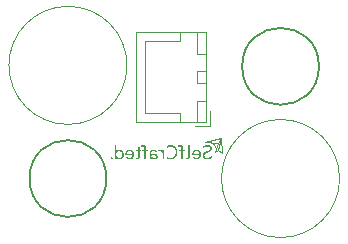
<source format=gbr>
%TF.GenerationSoftware,KiCad,Pcbnew,7.0.7*%
%TF.CreationDate,2024-03-28T13:05:56+05:30*%
%TF.ProjectId,korby,6b6f7262-792e-46b6-9963-61645f706362,rev?*%
%TF.SameCoordinates,Original*%
%TF.FileFunction,Legend,Bot*%
%TF.FilePolarity,Positive*%
%FSLAX46Y46*%
G04 Gerber Fmt 4.6, Leading zero omitted, Abs format (unit mm)*
G04 Created by KiCad (PCBNEW 7.0.7) date 2024-03-28 13:05:56*
%MOMM*%
%LPD*%
G01*
G04 APERTURE LIST*
%ADD10C,0.200000*%
%ADD11C,0.099633*%
%ADD12C,0.000000*%
%ADD13C,0.100000*%
%ADD14C,0.120000*%
G04 APERTURE END LIST*
D10*
X136000000Y-83750000D02*
G75*
G03*
X136000000Y-83750000I-3250000J0D01*
G01*
D11*
X145103950Y-80874022D02*
X145140672Y-80924028D01*
X145201408Y-81032988D02*
X145224835Y-81090623D01*
D12*
G36*
X139124462Y-80910965D02*
G01*
X139136922Y-80911859D01*
X139149201Y-80913334D01*
X139161285Y-80915374D01*
X139173158Y-80917967D01*
X139184804Y-80921098D01*
X139196207Y-80924754D01*
X139207353Y-80928921D01*
X139218226Y-80933586D01*
X139228810Y-80938734D01*
X139239090Y-80944352D01*
X139249050Y-80950427D01*
X139258675Y-80956943D01*
X139267950Y-80963889D01*
X139276859Y-80971250D01*
X139285386Y-80979012D01*
X139293516Y-80987162D01*
X139301234Y-80995685D01*
X139308524Y-81004569D01*
X139315370Y-81013800D01*
X139321758Y-81023363D01*
X139327671Y-81033245D01*
X139333095Y-81043432D01*
X139338013Y-81053911D01*
X139342411Y-81064668D01*
X139346273Y-81075689D01*
X139349583Y-81086961D01*
X139352325Y-81098469D01*
X139354486Y-81110200D01*
X139356048Y-81122141D01*
X139356996Y-81134277D01*
X139357316Y-81146595D01*
X139357316Y-81325139D01*
X139491222Y-81325139D01*
X139491222Y-81435134D01*
X139357316Y-81435134D01*
X139357316Y-82122204D01*
X139215447Y-82122204D01*
X139215447Y-81435134D01*
X139006611Y-81435134D01*
X139006611Y-81325139D01*
X139215447Y-81325139D01*
X139215447Y-81154564D01*
X139215321Y-81147892D01*
X139214948Y-81141329D01*
X139214331Y-81134882D01*
X139213476Y-81128558D01*
X139212385Y-81122363D01*
X139211064Y-81116305D01*
X139209518Y-81110390D01*
X139207749Y-81104624D01*
X139205764Y-81099015D01*
X139203566Y-81093569D01*
X139201159Y-81088293D01*
X139198549Y-81083194D01*
X139195738Y-81078277D01*
X139192733Y-81073551D01*
X139189537Y-81069022D01*
X139186154Y-81064696D01*
X139182589Y-81060580D01*
X139178846Y-81056681D01*
X139174931Y-81053006D01*
X139170846Y-81049561D01*
X139166596Y-81046353D01*
X139162187Y-81043388D01*
X139157622Y-81040675D01*
X139152905Y-81038218D01*
X139148041Y-81036025D01*
X139143035Y-81034103D01*
X139137891Y-81032458D01*
X139132612Y-81031097D01*
X139127204Y-81030027D01*
X139121672Y-81029254D01*
X139116018Y-81028786D01*
X139110248Y-81028628D01*
X139106375Y-81028688D01*
X139102533Y-81028868D01*
X139094944Y-81029578D01*
X139087495Y-81030740D01*
X139080201Y-81032339D01*
X139073075Y-81034359D01*
X139066131Y-81036783D01*
X139059384Y-81039594D01*
X139052847Y-81042777D01*
X139046535Y-81046314D01*
X139040461Y-81050190D01*
X139034640Y-81054389D01*
X139029085Y-81058893D01*
X139023811Y-81063687D01*
X139018831Y-81068754D01*
X139014160Y-81074078D01*
X139009812Y-81079642D01*
X138930094Y-80993557D01*
X138935501Y-80987148D01*
X138940961Y-80981068D01*
X138946471Y-80975307D01*
X138952026Y-80969857D01*
X138963258Y-80959862D01*
X138974631Y-80951015D01*
X138986117Y-80943251D01*
X138997686Y-80936506D01*
X139009311Y-80930713D01*
X139020965Y-80925808D01*
X139032619Y-80921724D01*
X139044244Y-80918397D01*
X139055813Y-80915762D01*
X139067299Y-80913752D01*
X139078672Y-80912303D01*
X139089904Y-80911348D01*
X139100969Y-80910824D01*
X139111836Y-80910663D01*
X139124462Y-80910965D01*
G37*
D11*
X144921552Y-80719213D02*
X144947073Y-80733742D01*
X145260806Y-81383980D02*
X145256088Y-81411826D01*
X145084128Y-80850427D02*
X145103950Y-80874022D01*
X144380600Y-80626378D02*
X144444203Y-80629079D01*
D12*
G36*
X137479471Y-81745198D02*
G01*
X137478237Y-81766419D01*
X137476193Y-81787310D01*
X137473350Y-81807847D01*
X137469719Y-81828003D01*
X137465311Y-81847756D01*
X137460136Y-81867080D01*
X137454206Y-81885949D01*
X137447530Y-81904340D01*
X137440121Y-81922228D01*
X137431988Y-81939587D01*
X137423143Y-81956393D01*
X137413596Y-81972621D01*
X137403358Y-81988246D01*
X137392439Y-82003244D01*
X137380852Y-82017589D01*
X137368606Y-82031257D01*
X137355712Y-82044223D01*
X137342181Y-82056463D01*
X137328024Y-82067950D01*
X137313251Y-82078662D01*
X137297874Y-82088572D01*
X137281904Y-82097656D01*
X137265350Y-82105889D01*
X137248224Y-82113246D01*
X137230536Y-82119703D01*
X137212298Y-82125235D01*
X137193520Y-82129816D01*
X137174213Y-82133423D01*
X137154388Y-82136030D01*
X137134055Y-82137612D01*
X137113226Y-82138145D01*
X137092550Y-82137570D01*
X137072369Y-82135863D01*
X137052692Y-82133049D01*
X137033529Y-82129153D01*
X137014888Y-82124202D01*
X136996780Y-82118222D01*
X136979212Y-82111237D01*
X136962196Y-82103274D01*
X136945739Y-82094358D01*
X136929852Y-82084515D01*
X136914543Y-82073771D01*
X136899822Y-82062151D01*
X136885698Y-82049681D01*
X136872181Y-82036386D01*
X136859279Y-82022293D01*
X136847003Y-82007427D01*
X136840626Y-82122204D01*
X136714711Y-82122204D01*
X136714711Y-81809755D01*
X136851792Y-81809755D01*
X136858209Y-81831469D01*
X136866057Y-81852323D01*
X136875274Y-81872244D01*
X136885796Y-81891155D01*
X136897560Y-81908984D01*
X136910504Y-81925653D01*
X136924563Y-81941090D01*
X136931992Y-81948323D01*
X136939676Y-81955219D01*
X136947608Y-81961770D01*
X136955779Y-81967966D01*
X136964182Y-81973798D01*
X136972809Y-81979255D01*
X136981651Y-81984330D01*
X136990702Y-81989013D01*
X136999953Y-81993294D01*
X137009397Y-81997164D01*
X137019025Y-82000614D01*
X137028829Y-82003634D01*
X137038802Y-82006215D01*
X137048936Y-82008348D01*
X137059223Y-82010023D01*
X137069655Y-82011231D01*
X137080224Y-82011963D01*
X137090922Y-82012209D01*
X137105384Y-82011838D01*
X137119475Y-82010737D01*
X137133191Y-82008923D01*
X137146525Y-82006414D01*
X137159471Y-82003227D01*
X137172025Y-81999378D01*
X137184179Y-81994886D01*
X137195927Y-81989766D01*
X137207265Y-81984038D01*
X137218187Y-81977717D01*
X137228685Y-81970821D01*
X137238755Y-81963367D01*
X137248391Y-81955373D01*
X137257587Y-81946855D01*
X137266337Y-81937831D01*
X137274635Y-81928318D01*
X137282475Y-81918334D01*
X137289852Y-81907895D01*
X137296760Y-81897018D01*
X137303192Y-81885722D01*
X137309143Y-81874023D01*
X137314608Y-81861938D01*
X137319580Y-81849485D01*
X137324053Y-81836681D01*
X137331481Y-81810088D01*
X137336844Y-81782297D01*
X137340096Y-81753446D01*
X137341191Y-81723672D01*
X137340916Y-81708674D01*
X137340096Y-81693881D01*
X137338737Y-81679309D01*
X137336844Y-81664978D01*
X137334423Y-81650905D01*
X137331481Y-81637108D01*
X137328022Y-81623605D01*
X137324053Y-81610413D01*
X137319580Y-81597550D01*
X137314608Y-81585035D01*
X137309143Y-81572884D01*
X137303192Y-81561116D01*
X137296760Y-81549749D01*
X137289852Y-81538799D01*
X137282475Y-81528286D01*
X137274635Y-81518227D01*
X137266337Y-81508639D01*
X137257587Y-81499541D01*
X137248391Y-81490951D01*
X137238755Y-81482885D01*
X137228685Y-81475362D01*
X137218187Y-81468400D01*
X137207265Y-81462017D01*
X137195927Y-81456230D01*
X137184179Y-81451057D01*
X137172025Y-81446516D01*
X137159471Y-81442625D01*
X137146525Y-81439401D01*
X137133191Y-81436863D01*
X137119475Y-81435028D01*
X137105384Y-81433914D01*
X137090922Y-81433538D01*
X137080224Y-81433789D01*
X137069655Y-81434534D01*
X137059223Y-81435764D01*
X137048936Y-81437468D01*
X137038802Y-81439637D01*
X137028829Y-81442260D01*
X137019025Y-81445329D01*
X137009397Y-81448832D01*
X136999953Y-81452761D01*
X136990702Y-81457104D01*
X136981651Y-81461853D01*
X136972809Y-81466997D01*
X136964182Y-81472526D01*
X136955779Y-81478431D01*
X136947608Y-81484701D01*
X136939676Y-81491326D01*
X136931992Y-81498298D01*
X136924563Y-81505604D01*
X136917398Y-81513237D01*
X136910504Y-81521185D01*
X136897560Y-81537990D01*
X136885796Y-81555939D01*
X136875274Y-81574952D01*
X136866057Y-81594951D01*
X136858209Y-81615856D01*
X136851792Y-81637588D01*
X136851792Y-81809755D01*
X136714711Y-81809755D01*
X136714711Y-80926605D01*
X136851792Y-80926605D01*
X136851792Y-81433538D01*
X136863783Y-81419532D01*
X136876431Y-81406227D01*
X136889718Y-81393650D01*
X136903628Y-81381829D01*
X136918145Y-81370793D01*
X136933253Y-81360570D01*
X136948935Y-81351188D01*
X136965175Y-81342674D01*
X136981957Y-81335057D01*
X136999264Y-81328364D01*
X137017081Y-81322624D01*
X137035389Y-81317865D01*
X137054175Y-81314115D01*
X137073420Y-81311402D01*
X137093109Y-81309753D01*
X137113226Y-81309197D01*
X137134055Y-81309730D01*
X137154388Y-81311313D01*
X137174213Y-81313920D01*
X137193520Y-81317526D01*
X137212298Y-81322108D01*
X137230536Y-81327639D01*
X137248224Y-81334096D01*
X137265350Y-81341454D01*
X137281904Y-81349687D01*
X137297874Y-81358771D01*
X137313251Y-81368681D01*
X137328024Y-81379392D01*
X137342181Y-81390880D01*
X137355712Y-81403119D01*
X137368606Y-81416085D01*
X137380852Y-81429753D01*
X137392439Y-81444099D01*
X137403358Y-81459097D01*
X137413596Y-81474722D01*
X137423143Y-81490950D01*
X137431988Y-81507756D01*
X137440121Y-81525115D01*
X137447530Y-81543003D01*
X137454206Y-81561394D01*
X137460136Y-81580264D01*
X137465311Y-81599588D01*
X137469719Y-81619340D01*
X137473350Y-81639497D01*
X137476193Y-81660034D01*
X137478237Y-81680925D01*
X137479471Y-81702146D01*
X137479885Y-81723672D01*
X137479471Y-81745198D01*
G37*
D11*
X145263825Y-81268238D02*
X145265374Y-81297662D01*
D10*
X154000000Y-74250000D02*
G75*
G03*
X154000000Y-74250000I-3250000J0D01*
G01*
D11*
X145260800Y-81238626D02*
X145263825Y-81268238D01*
D12*
G36*
X140339476Y-81894244D02*
G01*
X140339179Y-81907427D01*
X140338295Y-81920364D01*
X140336837Y-81933045D01*
X140334815Y-81945459D01*
X140332241Y-81957593D01*
X140329125Y-81969437D01*
X140325481Y-81980979D01*
X140321318Y-81992208D01*
X140316648Y-82003113D01*
X140311484Y-82013681D01*
X140305835Y-82023902D01*
X140299714Y-82033764D01*
X140293131Y-82043257D01*
X140286099Y-82052367D01*
X140278628Y-82061085D01*
X140270730Y-82069399D01*
X140262417Y-82077296D01*
X140253700Y-82084767D01*
X140244589Y-82091800D01*
X140235097Y-82098382D01*
X140225235Y-82104504D01*
X140215014Y-82110152D01*
X140204446Y-82115317D01*
X140193542Y-82119987D01*
X140182314Y-82124150D01*
X140170772Y-82127794D01*
X140158929Y-82130910D01*
X140146795Y-82133484D01*
X140134382Y-82135506D01*
X140121701Y-82136964D01*
X140108764Y-82137848D01*
X140095583Y-82138145D01*
X140076142Y-82137535D01*
X140056694Y-82135735D01*
X140037268Y-82132786D01*
X140017897Y-82128730D01*
X139998609Y-82123609D01*
X139979435Y-82117465D01*
X139960406Y-82110341D01*
X139941552Y-82102278D01*
X139922904Y-82093318D01*
X139904492Y-82083503D01*
X139886346Y-82072876D01*
X139868497Y-82061478D01*
X139850976Y-82049351D01*
X139833812Y-82036538D01*
X139817036Y-82023080D01*
X139800678Y-82009020D01*
X139792688Y-82122204D01*
X139668360Y-82122204D01*
X139668360Y-81891056D01*
X139807055Y-81891056D01*
X139821270Y-81903713D01*
X139835804Y-81915942D01*
X139850642Y-81927691D01*
X139865767Y-81938905D01*
X139881162Y-81949530D01*
X139896812Y-81959513D01*
X139912700Y-81968800D01*
X139928809Y-81977338D01*
X139945124Y-81985072D01*
X139961628Y-81991949D01*
X139978304Y-81997916D01*
X139995136Y-82002918D01*
X140012108Y-82006902D01*
X140029204Y-82009814D01*
X140046407Y-82011601D01*
X140063700Y-82012209D01*
X140071094Y-82012065D01*
X140078324Y-82011635D01*
X140085385Y-82010925D01*
X140092274Y-82009939D01*
X140098985Y-82008680D01*
X140105514Y-82007154D01*
X140111856Y-82005365D01*
X140118007Y-82003317D01*
X140123961Y-82001014D01*
X140129714Y-81998461D01*
X140135262Y-81995662D01*
X140140600Y-81992622D01*
X140145722Y-81989345D01*
X140150625Y-81985835D01*
X140155304Y-81982097D01*
X140159754Y-81978135D01*
X140163971Y-81973953D01*
X140167949Y-81969557D01*
X140171684Y-81964949D01*
X140175172Y-81960136D01*
X140178408Y-81955120D01*
X140181386Y-81949907D01*
X140184104Y-81944500D01*
X140186555Y-81938905D01*
X140188735Y-81933125D01*
X140190639Y-81927165D01*
X140192264Y-81921029D01*
X140193603Y-81914722D01*
X140194653Y-81908248D01*
X140195409Y-81901611D01*
X140195865Y-81894816D01*
X140196019Y-81887868D01*
X140195325Y-81873357D01*
X140193161Y-81859210D01*
X140189399Y-81845568D01*
X140183913Y-81832571D01*
X140180485Y-81826357D01*
X140176578Y-81820358D01*
X140172178Y-81814589D01*
X140167268Y-81809070D01*
X140161832Y-81803816D01*
X140155856Y-81798846D01*
X140149322Y-81794178D01*
X140142216Y-81789828D01*
X140134521Y-81785814D01*
X140126222Y-81782155D01*
X140117303Y-81778866D01*
X140107748Y-81775966D01*
X140097541Y-81773473D01*
X140086667Y-81771403D01*
X140075110Y-81769775D01*
X140062855Y-81768606D01*
X140049884Y-81767913D01*
X140036184Y-81767714D01*
X140006528Y-81768868D01*
X139973762Y-81772207D01*
X139937759Y-81777872D01*
X139807055Y-81800190D01*
X139807055Y-81891056D01*
X139668360Y-81891056D01*
X139668360Y-81612082D01*
X139668787Y-81593120D01*
X139670052Y-81574791D01*
X139672137Y-81557094D01*
X139675020Y-81540025D01*
X139678682Y-81523584D01*
X139683103Y-81507767D01*
X139688263Y-81492574D01*
X139694140Y-81478001D01*
X139700716Y-81464047D01*
X139707970Y-81450710D01*
X139715882Y-81437987D01*
X139724432Y-81425877D01*
X139733599Y-81414378D01*
X139743364Y-81403487D01*
X139753706Y-81393203D01*
X139764606Y-81383524D01*
X139776042Y-81374447D01*
X139787996Y-81365970D01*
X139800446Y-81358092D01*
X139813373Y-81350810D01*
X139826757Y-81344122D01*
X139840577Y-81338027D01*
X139854813Y-81332522D01*
X139869446Y-81327605D01*
X139899818Y-81319527D01*
X139931534Y-81313777D01*
X139964431Y-81310340D01*
X139998348Y-81309197D01*
X140026203Y-81309845D01*
X140039725Y-81310649D01*
X140052977Y-81311766D01*
X140065958Y-81313193D01*
X140078671Y-81314924D01*
X140091114Y-81316956D01*
X140103288Y-81319285D01*
X140115194Y-81321905D01*
X140126831Y-81324813D01*
X140138200Y-81328004D01*
X140149302Y-81331474D01*
X140160136Y-81335218D01*
X140170704Y-81339233D01*
X140181004Y-81343512D01*
X140191038Y-81348053D01*
X140200806Y-81352851D01*
X140210307Y-81357902D01*
X140219544Y-81363200D01*
X140228515Y-81368743D01*
X140237221Y-81374524D01*
X140245662Y-81380541D01*
X140253839Y-81386788D01*
X140261752Y-81393261D01*
X140269401Y-81399957D01*
X140276787Y-81406870D01*
X140283909Y-81413995D01*
X140290769Y-81421330D01*
X140303700Y-81436608D01*
X140315584Y-81452668D01*
X140218323Y-81538753D01*
X140209079Y-81525695D01*
X140199276Y-81513430D01*
X140188918Y-81501963D01*
X140178006Y-81491302D01*
X140166542Y-81481453D01*
X140154530Y-81472425D01*
X140141971Y-81464222D01*
X140128868Y-81456854D01*
X140115222Y-81450326D01*
X140101037Y-81444646D01*
X140086315Y-81439820D01*
X140071058Y-81435856D01*
X140055268Y-81432761D01*
X140038947Y-81430541D01*
X140022099Y-81429204D01*
X140004725Y-81428757D01*
X139984641Y-81429378D01*
X139965109Y-81431254D01*
X139946230Y-81434411D01*
X139937068Y-81436476D01*
X139928108Y-81438870D01*
X139919363Y-81441595D01*
X139910845Y-81444655D01*
X139902568Y-81448053D01*
X139894544Y-81451791D01*
X139886787Y-81455872D01*
X139879308Y-81460299D01*
X139872122Y-81465076D01*
X139865240Y-81470204D01*
X139858676Y-81475687D01*
X139852442Y-81481529D01*
X139846552Y-81487731D01*
X139841017Y-81494296D01*
X139835852Y-81501229D01*
X139831068Y-81508531D01*
X139826679Y-81516205D01*
X139822697Y-81524255D01*
X139819136Y-81532683D01*
X139816008Y-81541492D01*
X139813326Y-81550686D01*
X139811103Y-81560266D01*
X139809351Y-81570237D01*
X139808084Y-81580600D01*
X139807314Y-81591359D01*
X139807055Y-81602517D01*
X139807055Y-81696571D01*
X139952126Y-81672658D01*
X139977780Y-81668824D01*
X140002445Y-81665970D01*
X140026135Y-81664067D01*
X140048859Y-81663088D01*
X140070629Y-81663003D01*
X140091457Y-81663783D01*
X140111354Y-81665401D01*
X140130331Y-81667827D01*
X140148400Y-81671033D01*
X140165572Y-81674991D01*
X140181859Y-81679671D01*
X140197271Y-81685045D01*
X140211821Y-81691085D01*
X140225519Y-81697762D01*
X140238378Y-81705047D01*
X140250407Y-81712912D01*
X140261620Y-81721327D01*
X140272026Y-81730266D01*
X140281638Y-81739698D01*
X140290467Y-81749595D01*
X140298525Y-81759929D01*
X140305821Y-81770672D01*
X140312369Y-81781793D01*
X140318180Y-81793266D01*
X140323264Y-81805061D01*
X140327633Y-81817149D01*
X140331299Y-81829503D01*
X140334273Y-81842092D01*
X140336566Y-81854890D01*
X140338190Y-81867867D01*
X140339156Y-81880995D01*
X140339322Y-81887868D01*
X140339476Y-81894244D01*
G37*
D11*
X145041749Y-80806461D02*
X145063383Y-80827879D01*
X144519903Y-80635337D02*
X144601662Y-80644442D01*
X144683444Y-80655683D02*
X144759211Y-80668349D01*
X145173256Y-80977236D02*
X145201408Y-81032988D01*
X144947073Y-80733742D02*
X144971890Y-80749814D01*
X145222126Y-81523391D02*
X145441619Y-80727223D01*
D12*
G36*
X138344787Y-81660115D02*
G01*
X138346879Y-81681449D01*
X138348143Y-81703174D01*
X138348566Y-81725265D01*
X138348147Y-81747348D01*
X138346897Y-81769045D01*
X138344825Y-81790337D01*
X138341940Y-81811202D01*
X138338252Y-81831621D01*
X138333769Y-81851571D01*
X138328502Y-81871032D01*
X138322460Y-81889984D01*
X138315652Y-81908407D01*
X138308087Y-81926278D01*
X138299775Y-81943578D01*
X138290725Y-81960285D01*
X138280947Y-81976379D01*
X138270449Y-81991840D01*
X138259241Y-82006647D01*
X138247333Y-82020778D01*
X138234733Y-82034213D01*
X138221452Y-82046932D01*
X138207498Y-82058913D01*
X138192881Y-82070136D01*
X138177611Y-82080581D01*
X138161695Y-82090226D01*
X138145145Y-82099051D01*
X138127969Y-82107035D01*
X138110176Y-82114157D01*
X138091777Y-82120397D01*
X138072779Y-82125733D01*
X138053193Y-82130146D01*
X138033029Y-82133615D01*
X138012294Y-82136118D01*
X137990999Y-82137635D01*
X137969153Y-82138145D01*
X137955228Y-82137945D01*
X137941545Y-82137346D01*
X137928106Y-82136353D01*
X137914911Y-82134969D01*
X137901960Y-82133197D01*
X137889252Y-82131041D01*
X137876790Y-82128505D01*
X137864572Y-82125591D01*
X137852599Y-82122304D01*
X137840872Y-82118647D01*
X137829390Y-82114623D01*
X137818154Y-82110236D01*
X137807165Y-82105489D01*
X137796422Y-82100386D01*
X137785926Y-82094931D01*
X137775677Y-82089126D01*
X137765675Y-82082976D01*
X137755921Y-82076484D01*
X137746416Y-82069653D01*
X137737158Y-82062487D01*
X137728149Y-82054989D01*
X137719389Y-82047164D01*
X137710878Y-82039013D01*
X137702617Y-82030542D01*
X137694605Y-82021753D01*
X137686844Y-82012650D01*
X137679332Y-82003236D01*
X137672072Y-81993516D01*
X137665062Y-81983491D01*
X137658304Y-81973167D01*
X137645542Y-81951632D01*
X137744390Y-81883084D01*
X137756317Y-81900858D01*
X137768226Y-81917146D01*
X137780172Y-81931997D01*
X137792212Y-81945455D01*
X137804400Y-81957568D01*
X137816795Y-81968383D01*
X137829451Y-81977946D01*
X137842424Y-81986304D01*
X137855772Y-81993504D01*
X137869550Y-81999593D01*
X137883814Y-82004616D01*
X137898620Y-82008622D01*
X137914025Y-82011656D01*
X137930084Y-82013765D01*
X137946854Y-82014997D01*
X137964391Y-82015397D01*
X137978102Y-82015109D01*
X137991438Y-82014251D01*
X138004398Y-82012833D01*
X138016982Y-82010863D01*
X138029186Y-82008352D01*
X138041012Y-82005309D01*
X138052457Y-82001742D01*
X138063520Y-81997662D01*
X138074200Y-81993077D01*
X138084496Y-81987998D01*
X138094406Y-81982432D01*
X138103930Y-81976391D01*
X138113067Y-81969882D01*
X138121815Y-81962915D01*
X138130172Y-81955500D01*
X138138139Y-81947647D01*
X138145713Y-81939363D01*
X138152894Y-81930659D01*
X138159680Y-81921544D01*
X138166071Y-81912028D01*
X138172064Y-81902119D01*
X138177660Y-81891827D01*
X138182856Y-81881162D01*
X138187651Y-81870132D01*
X138192045Y-81858747D01*
X138196036Y-81847017D01*
X138202805Y-81822557D01*
X138207949Y-81796827D01*
X138211458Y-81769901D01*
X137608897Y-81769901D01*
X137608364Y-81763926D01*
X137607964Y-81757970D01*
X137607677Y-81752051D01*
X137607484Y-81746188D01*
X137607308Y-81734706D01*
X137607282Y-81723672D01*
X137607674Y-81701164D01*
X137608842Y-81679086D01*
X137610561Y-81659905D01*
X137734812Y-81659905D01*
X138208283Y-81659905D01*
X138203672Y-81634735D01*
X138197613Y-81610681D01*
X138190115Y-81587813D01*
X138185829Y-81576845D01*
X138181187Y-81566201D01*
X138176191Y-81555888D01*
X138170840Y-81545915D01*
X138165137Y-81536292D01*
X138159082Y-81527026D01*
X138152678Y-81518127D01*
X138145923Y-81509604D01*
X138138821Y-81501464D01*
X138131373Y-81493717D01*
X138123578Y-81486372D01*
X138115439Y-81479438D01*
X138106957Y-81472922D01*
X138098133Y-81466835D01*
X138088967Y-81461184D01*
X138079462Y-81455979D01*
X138069618Y-81451228D01*
X138059437Y-81446939D01*
X138048920Y-81443123D01*
X138038067Y-81439787D01*
X138026880Y-81436940D01*
X138015361Y-81434591D01*
X138003510Y-81432749D01*
X137991328Y-81431422D01*
X137978817Y-81430620D01*
X137965978Y-81430350D01*
X137953433Y-81430610D01*
X137941207Y-81431387D01*
X137929304Y-81432672D01*
X137917726Y-81434460D01*
X137906474Y-81436743D01*
X137895553Y-81439513D01*
X137884962Y-81442765D01*
X137874706Y-81446491D01*
X137864787Y-81450684D01*
X137855206Y-81455337D01*
X137845966Y-81460442D01*
X137837069Y-81465994D01*
X137828518Y-81471985D01*
X137820315Y-81478408D01*
X137812463Y-81485256D01*
X137804963Y-81492522D01*
X137797817Y-81500199D01*
X137791030Y-81508280D01*
X137784601Y-81516757D01*
X137778535Y-81525625D01*
X137772833Y-81534876D01*
X137767497Y-81544503D01*
X137762530Y-81554498D01*
X137757935Y-81564856D01*
X137753713Y-81575568D01*
X137749867Y-81586629D01*
X137743311Y-81609765D01*
X137738286Y-81634209D01*
X137734812Y-81659905D01*
X137610561Y-81659905D01*
X137610780Y-81657456D01*
X137613481Y-81636293D01*
X137616938Y-81615616D01*
X137621143Y-81595443D01*
X137626088Y-81575794D01*
X137631767Y-81556686D01*
X137638172Y-81538139D01*
X137645297Y-81520170D01*
X137653132Y-81502800D01*
X137661673Y-81486046D01*
X137670910Y-81469927D01*
X137680837Y-81454462D01*
X137691446Y-81439670D01*
X137702731Y-81425568D01*
X137714683Y-81412177D01*
X137727296Y-81399514D01*
X137740563Y-81387599D01*
X137754475Y-81376449D01*
X137769026Y-81366084D01*
X137784208Y-81356523D01*
X137800015Y-81347783D01*
X137816438Y-81339884D01*
X137833471Y-81332845D01*
X137851106Y-81326683D01*
X137869336Y-81321418D01*
X137888153Y-81317068D01*
X137907551Y-81313653D01*
X137927522Y-81311190D01*
X137948058Y-81309699D01*
X137969153Y-81309197D01*
X137990859Y-81309717D01*
X138012032Y-81311261D01*
X138032662Y-81313807D01*
X138052738Y-81317333D01*
X138072249Y-81321818D01*
X138091187Y-81327240D01*
X138109540Y-81333576D01*
X138127299Y-81340806D01*
X138144453Y-81348906D01*
X138160992Y-81357856D01*
X138176906Y-81367633D01*
X138192184Y-81378215D01*
X138206816Y-81389580D01*
X138220793Y-81401707D01*
X138234103Y-81414574D01*
X138246737Y-81428159D01*
X138258685Y-81442439D01*
X138269936Y-81457394D01*
X138280480Y-81473000D01*
X138290307Y-81489237D01*
X138299406Y-81506082D01*
X138307767Y-81523513D01*
X138315381Y-81541509D01*
X138322237Y-81560048D01*
X138328324Y-81579107D01*
X138333633Y-81598666D01*
X138338153Y-81618701D01*
X138341875Y-81639191D01*
X138344758Y-81659905D01*
X138344787Y-81660115D01*
G37*
G36*
X136455278Y-81951757D02*
G01*
X136459969Y-81952128D01*
X136464593Y-81952737D01*
X136469143Y-81953578D01*
X136473613Y-81954645D01*
X136477998Y-81955930D01*
X136482292Y-81957427D01*
X136486489Y-81959130D01*
X136490584Y-81961031D01*
X136494570Y-81963123D01*
X136498441Y-81965401D01*
X136502192Y-81967857D01*
X136505817Y-81970485D01*
X136509310Y-81973278D01*
X136512665Y-81976228D01*
X136515876Y-81979331D01*
X136518938Y-81982578D01*
X136521845Y-81985963D01*
X136524591Y-81989480D01*
X136527170Y-81993121D01*
X136529576Y-81996880D01*
X136531803Y-82000750D01*
X136533846Y-82004725D01*
X136535699Y-82008798D01*
X136537355Y-82012962D01*
X136538810Y-82017210D01*
X136540057Y-82021535D01*
X136541090Y-82025932D01*
X136541903Y-82030393D01*
X136542492Y-82034911D01*
X136542849Y-82039480D01*
X136542970Y-82044094D01*
X136542849Y-82048851D01*
X136542492Y-82053556D01*
X136541903Y-82058201D01*
X136541090Y-82062781D01*
X136540057Y-82067288D01*
X136538810Y-82071716D01*
X136537355Y-82076058D01*
X136535699Y-82080310D01*
X136533846Y-82084463D01*
X136531803Y-82088511D01*
X136529576Y-82092449D01*
X136527170Y-82096269D01*
X136524591Y-82099966D01*
X136521845Y-82103532D01*
X136518938Y-82106962D01*
X136515876Y-82110249D01*
X136512665Y-82113386D01*
X136509310Y-82116367D01*
X136505817Y-82119186D01*
X136502192Y-82121837D01*
X136498441Y-82124312D01*
X136494570Y-82126606D01*
X136490584Y-82128712D01*
X136486489Y-82130623D01*
X136482292Y-82132333D01*
X136477998Y-82133837D01*
X136473613Y-82135126D01*
X136469143Y-82136196D01*
X136464593Y-82137039D01*
X136459969Y-82137649D01*
X136455278Y-82138020D01*
X136450524Y-82138145D01*
X136445766Y-82138020D01*
X136441062Y-82137649D01*
X136436416Y-82137039D01*
X136431837Y-82136196D01*
X136427330Y-82135126D01*
X136422902Y-82133837D01*
X136418559Y-82132333D01*
X136414307Y-82130623D01*
X136410154Y-82128712D01*
X136406105Y-82126606D01*
X136402167Y-82124312D01*
X136398347Y-82121837D01*
X136394650Y-82119186D01*
X136391083Y-82116367D01*
X136387653Y-82113386D01*
X136384366Y-82110249D01*
X136381228Y-82106962D01*
X136378246Y-82103532D01*
X136375427Y-82099966D01*
X136372776Y-82096269D01*
X136370300Y-82092449D01*
X136368006Y-82088511D01*
X136365900Y-82084463D01*
X136363989Y-82080310D01*
X136362278Y-82076058D01*
X136360774Y-82071716D01*
X136359484Y-82067288D01*
X136358415Y-82062781D01*
X136357571Y-82058201D01*
X136356961Y-82053556D01*
X136356590Y-82048851D01*
X136356465Y-82044094D01*
X136356590Y-82039480D01*
X136356961Y-82034911D01*
X136357571Y-82030393D01*
X136358415Y-82025932D01*
X136359484Y-82021535D01*
X136360774Y-82017210D01*
X136362278Y-82012962D01*
X136363989Y-82008798D01*
X136365900Y-82004725D01*
X136368006Y-82000750D01*
X136370300Y-81996880D01*
X136372776Y-81993121D01*
X136375427Y-81989480D01*
X136378246Y-81985963D01*
X136381228Y-81982578D01*
X136384366Y-81979331D01*
X136387653Y-81976228D01*
X136391083Y-81973278D01*
X136394650Y-81970485D01*
X136398347Y-81967857D01*
X136402167Y-81965401D01*
X136406105Y-81963123D01*
X136410154Y-81961031D01*
X136414307Y-81959130D01*
X136418559Y-81957427D01*
X136422902Y-81955930D01*
X136427330Y-81954645D01*
X136431837Y-81953578D01*
X136436416Y-81952737D01*
X136441062Y-81952128D01*
X136445766Y-81951757D01*
X136450524Y-81951632D01*
X136455278Y-81951757D01*
G37*
D13*
X155750000Y-83750000D02*
G75*
G03*
X155750000Y-83750000I-5000000J0D01*
G01*
D12*
G36*
X144009876Y-81660115D02*
G01*
X144011968Y-81681449D01*
X144013231Y-81703174D01*
X144013655Y-81725265D01*
X144013236Y-81747348D01*
X144011986Y-81769045D01*
X144009914Y-81790337D01*
X144007029Y-81811202D01*
X144003341Y-81831621D01*
X143998859Y-81851571D01*
X143993593Y-81871032D01*
X143987551Y-81889984D01*
X143980743Y-81908407D01*
X143973179Y-81926278D01*
X143964867Y-81943578D01*
X143955818Y-81960285D01*
X143946040Y-81976379D01*
X143935543Y-81991840D01*
X143924336Y-82006647D01*
X143912428Y-82020778D01*
X143899829Y-82034213D01*
X143886548Y-82046932D01*
X143872595Y-82058913D01*
X143857979Y-82070136D01*
X143842708Y-82080581D01*
X143826794Y-82090226D01*
X143810244Y-82099051D01*
X143793068Y-82107035D01*
X143775275Y-82114157D01*
X143756876Y-82120397D01*
X143737879Y-82125733D01*
X143718293Y-82130146D01*
X143698128Y-82133615D01*
X143677394Y-82136118D01*
X143656099Y-82137635D01*
X143634253Y-82138145D01*
X143620325Y-82137945D01*
X143606640Y-82137346D01*
X143593199Y-82136353D01*
X143580002Y-82134969D01*
X143567048Y-82133197D01*
X143554340Y-82131041D01*
X143541875Y-82128505D01*
X143529656Y-82125591D01*
X143517682Y-82122304D01*
X143505954Y-82118647D01*
X143494471Y-82114623D01*
X143483235Y-82110236D01*
X143472245Y-82105489D01*
X143461501Y-82100386D01*
X143451005Y-82094931D01*
X143440756Y-82089126D01*
X143430755Y-82082976D01*
X143421001Y-82076484D01*
X143411496Y-82069653D01*
X143402239Y-82062487D01*
X143393231Y-82054989D01*
X143384471Y-82047164D01*
X143375962Y-82039013D01*
X143367701Y-82030542D01*
X143359691Y-82021753D01*
X143351931Y-82012650D01*
X143344421Y-82003236D01*
X143337163Y-81993516D01*
X143330155Y-81983491D01*
X143323398Y-81973167D01*
X143310641Y-81951632D01*
X143409489Y-81883084D01*
X143421417Y-81900858D01*
X143433325Y-81917146D01*
X143445271Y-81931997D01*
X143457310Y-81945455D01*
X143469499Y-81957568D01*
X143481892Y-81968383D01*
X143494548Y-81977946D01*
X143507520Y-81986304D01*
X143520867Y-81993504D01*
X143534643Y-81999593D01*
X143548905Y-82004616D01*
X143563708Y-82008622D01*
X143579110Y-82011656D01*
X143595166Y-82013765D01*
X143611932Y-82014997D01*
X143629464Y-82015397D01*
X143643177Y-82015109D01*
X143656516Y-82014251D01*
X143669478Y-82012833D01*
X143682063Y-82010863D01*
X143694270Y-82008352D01*
X143706097Y-82005309D01*
X143717543Y-82001742D01*
X143728607Y-81997662D01*
X143739288Y-81993077D01*
X143749585Y-81987998D01*
X143759497Y-81982432D01*
X143769022Y-81976391D01*
X143778160Y-81969882D01*
X143786908Y-81962915D01*
X143795266Y-81955500D01*
X143803234Y-81947647D01*
X143810809Y-81939363D01*
X143817990Y-81930659D01*
X143824777Y-81921544D01*
X143831167Y-81912028D01*
X143837161Y-81902119D01*
X143842757Y-81891827D01*
X143847953Y-81881162D01*
X143852749Y-81870132D01*
X143857144Y-81858747D01*
X143861135Y-81847017D01*
X143867905Y-81822557D01*
X143873050Y-81796827D01*
X143876561Y-81769901D01*
X143273969Y-81769901D01*
X143273445Y-81763926D01*
X143273052Y-81757970D01*
X143272769Y-81752051D01*
X143272580Y-81746188D01*
X143272407Y-81734706D01*
X143272382Y-81723672D01*
X143272773Y-81701164D01*
X143273941Y-81679086D01*
X143275660Y-81659905D01*
X143399911Y-81659905D01*
X143873372Y-81659905D01*
X143868759Y-81634735D01*
X143862698Y-81610681D01*
X143855199Y-81587813D01*
X143850913Y-81576845D01*
X143846270Y-81566201D01*
X143841273Y-81555888D01*
X143835922Y-81545915D01*
X143830218Y-81536292D01*
X143824163Y-81527026D01*
X143817757Y-81518127D01*
X143811002Y-81509604D01*
X143803900Y-81501464D01*
X143796450Y-81493717D01*
X143788655Y-81486372D01*
X143780516Y-81479438D01*
X143772033Y-81472922D01*
X143763208Y-81466835D01*
X143754042Y-81461184D01*
X143744537Y-81455979D01*
X143734693Y-81451228D01*
X143724511Y-81446939D01*
X143713993Y-81443123D01*
X143703140Y-81439787D01*
X143691953Y-81436940D01*
X143680434Y-81434591D01*
X143668583Y-81432749D01*
X143656401Y-81431422D01*
X143643890Y-81430620D01*
X143631051Y-81430350D01*
X143618508Y-81430610D01*
X143606284Y-81431387D01*
X143594383Y-81432672D01*
X143582806Y-81434460D01*
X143571556Y-81436743D01*
X143560635Y-81439513D01*
X143550046Y-81442765D01*
X143539791Y-81446491D01*
X143529872Y-81450684D01*
X143520291Y-81455337D01*
X143511052Y-81460442D01*
X143502155Y-81465994D01*
X143493604Y-81471985D01*
X143485402Y-81478408D01*
X143477549Y-81485256D01*
X143470049Y-81492522D01*
X143462904Y-81500199D01*
X143456116Y-81508280D01*
X143449688Y-81516757D01*
X143443621Y-81525625D01*
X143437920Y-81534876D01*
X143432584Y-81544503D01*
X143427618Y-81554498D01*
X143423023Y-81564856D01*
X143418802Y-81575568D01*
X143414956Y-81586629D01*
X143408403Y-81609765D01*
X143403382Y-81634209D01*
X143399911Y-81659905D01*
X143275660Y-81659905D01*
X143275880Y-81657456D01*
X143278581Y-81636293D01*
X143282037Y-81615616D01*
X143286242Y-81595443D01*
X143291187Y-81575794D01*
X143296866Y-81556686D01*
X143303272Y-81538139D01*
X143310396Y-81520170D01*
X143318232Y-81502800D01*
X143326772Y-81486046D01*
X143336009Y-81469927D01*
X143345936Y-81454462D01*
X143356546Y-81439670D01*
X143367830Y-81425568D01*
X143379783Y-81412177D01*
X143392396Y-81399514D01*
X143405662Y-81387599D01*
X143419574Y-81376449D01*
X143434125Y-81366084D01*
X143449308Y-81356523D01*
X143465114Y-81347783D01*
X143481537Y-81339884D01*
X143498570Y-81332845D01*
X143516205Y-81326683D01*
X143534435Y-81321418D01*
X143553252Y-81317068D01*
X143572650Y-81313653D01*
X143592621Y-81311190D01*
X143613158Y-81309699D01*
X143634253Y-81309197D01*
X143655958Y-81309717D01*
X143677131Y-81311261D01*
X143697760Y-81313807D01*
X143717835Y-81317333D01*
X143737346Y-81321818D01*
X143756284Y-81327240D01*
X143774636Y-81333576D01*
X143792395Y-81340806D01*
X143809548Y-81348906D01*
X143826087Y-81357856D01*
X143842000Y-81367633D01*
X143857277Y-81378215D01*
X143871910Y-81389580D01*
X143885886Y-81401707D01*
X143899196Y-81414574D01*
X143911830Y-81428159D01*
X143923777Y-81442439D01*
X143935027Y-81457394D01*
X143945571Y-81473000D01*
X143955397Y-81489237D01*
X143964496Y-81506082D01*
X143972858Y-81523513D01*
X143980471Y-81541509D01*
X143987326Y-81560048D01*
X143993414Y-81579107D01*
X143998722Y-81598666D01*
X144003242Y-81618701D01*
X144006964Y-81639191D01*
X144009846Y-81659905D01*
X144009876Y-81660115D01*
G37*
D11*
X144759211Y-80668349D02*
X144822923Y-80681728D01*
X144335134Y-80627946D02*
X144355223Y-80626584D01*
X144971890Y-80749814D02*
X144995967Y-80767347D01*
X145241640Y-81465634D02*
X145231836Y-81491432D01*
X145477276Y-81314452D02*
X145834546Y-81548121D01*
D12*
G36*
X142256678Y-80910965D02*
G01*
X142269138Y-80911859D01*
X142281418Y-80913334D01*
X142293503Y-80915374D01*
X142305376Y-80917967D01*
X142317023Y-80921098D01*
X142328427Y-80924754D01*
X142339574Y-80928921D01*
X142350448Y-80933586D01*
X142361033Y-80938734D01*
X142371314Y-80944352D01*
X142381275Y-80950427D01*
X142390902Y-80956943D01*
X142400177Y-80963889D01*
X142409087Y-80971250D01*
X142417616Y-80979012D01*
X142425747Y-80987162D01*
X142433466Y-80995685D01*
X142440757Y-81004569D01*
X142447605Y-81013800D01*
X142453994Y-81023363D01*
X142459909Y-81033245D01*
X142465333Y-81043432D01*
X142470253Y-81053911D01*
X142474651Y-81064668D01*
X142478514Y-81075689D01*
X142481824Y-81086961D01*
X142484568Y-81098469D01*
X142486728Y-81110200D01*
X142488291Y-81122141D01*
X142489240Y-81134277D01*
X142489559Y-81146595D01*
X142489559Y-81325139D01*
X142623465Y-81325139D01*
X142623465Y-81435134D01*
X142489559Y-81435134D01*
X142489559Y-82122204D01*
X142347663Y-82122204D01*
X142347663Y-81435134D01*
X142138854Y-81435134D01*
X142138854Y-81325139D01*
X142347663Y-81325139D01*
X142347663Y-81154564D01*
X142347538Y-81147892D01*
X142347165Y-81141329D01*
X142346548Y-81134882D01*
X142345693Y-81128558D01*
X142344603Y-81122363D01*
X142343283Y-81116305D01*
X142341737Y-81110390D01*
X142339969Y-81104624D01*
X142337985Y-81099015D01*
X142335787Y-81093569D01*
X142333382Y-81088293D01*
X142330772Y-81083194D01*
X142327963Y-81078277D01*
X142324958Y-81073551D01*
X142321762Y-81069022D01*
X142318380Y-81064696D01*
X142314816Y-81060580D01*
X142311074Y-81056681D01*
X142307159Y-81053006D01*
X142303074Y-81049561D01*
X142298825Y-81046353D01*
X142294415Y-81043388D01*
X142289850Y-81040675D01*
X142285133Y-81038218D01*
X142280269Y-81036025D01*
X142275262Y-81034103D01*
X142270116Y-81032458D01*
X142264837Y-81031097D01*
X142259427Y-81030027D01*
X142253893Y-81029254D01*
X142248237Y-81028786D01*
X142242465Y-81028628D01*
X142238592Y-81028688D01*
X142234750Y-81028868D01*
X142227161Y-81029578D01*
X142219714Y-81030740D01*
X142212421Y-81032339D01*
X142205296Y-81034359D01*
X142198354Y-81036783D01*
X142191609Y-81039594D01*
X142185073Y-81042777D01*
X142178762Y-81046314D01*
X142172689Y-81050190D01*
X142166868Y-81054389D01*
X142161313Y-81058893D01*
X142156037Y-81063687D01*
X142151055Y-81068754D01*
X142146381Y-81074078D01*
X142142029Y-81079642D01*
X142062310Y-80993557D01*
X142067720Y-80987148D01*
X142073182Y-80981068D01*
X142078694Y-80975307D01*
X142084250Y-80969857D01*
X142095485Y-80959862D01*
X142106859Y-80951015D01*
X142118345Y-80943251D01*
X142129914Y-80936506D01*
X142141539Y-80930713D01*
X142153191Y-80925808D01*
X142164843Y-80921724D01*
X142176467Y-80918397D01*
X142188035Y-80915762D01*
X142199519Y-80913752D01*
X142210890Y-80912303D01*
X142222121Y-80911348D01*
X142233185Y-80910824D01*
X142244052Y-80910663D01*
X142256678Y-80910965D01*
G37*
D11*
X145249711Y-81439071D02*
X145241640Y-81465634D01*
X144444203Y-80629079D02*
X144519903Y-80635337D01*
X144355223Y-80626584D02*
X144380600Y-80626378D01*
X145265374Y-81297662D02*
X145265412Y-81326815D01*
X144868544Y-80695110D02*
X144895364Y-80706308D01*
X145224835Y-81090623D02*
X145243242Y-81149483D01*
X144335107Y-80627943D02*
X145441619Y-80727223D01*
D12*
G36*
X143082808Y-81899025D02*
G01*
X143082534Y-81912194D01*
X143081715Y-81925092D01*
X143080360Y-81937708D01*
X143078474Y-81950035D01*
X143076065Y-81962061D01*
X143073140Y-81973778D01*
X143069706Y-81985175D01*
X143065770Y-81996243D01*
X143061339Y-82006973D01*
X143056420Y-82017354D01*
X143051020Y-82027378D01*
X143045146Y-82037034D01*
X143038805Y-82046313D01*
X143032003Y-82055205D01*
X143024749Y-82063700D01*
X143017049Y-82071790D01*
X143008910Y-82079464D01*
X143000339Y-82086713D01*
X142991343Y-82093526D01*
X142981929Y-82099896D01*
X142972104Y-82105811D01*
X142961876Y-82111262D01*
X142951250Y-82116240D01*
X142940234Y-82120734D01*
X142928836Y-82124736D01*
X142917062Y-82128236D01*
X142904919Y-82131223D01*
X142892414Y-82133689D01*
X142879554Y-82135624D01*
X142866346Y-82137018D01*
X142852797Y-82137862D01*
X142838915Y-82138145D01*
X142825631Y-82137884D01*
X142812690Y-82137108D01*
X142800100Y-82135823D01*
X142787867Y-82134035D01*
X142775999Y-82131752D01*
X142764503Y-82128982D01*
X142753385Y-82125730D01*
X142742653Y-82122005D01*
X142732313Y-82117812D01*
X142722373Y-82113159D01*
X142712840Y-82108054D01*
X142703720Y-82102502D01*
X142695020Y-82096511D01*
X142686748Y-82090089D01*
X142678910Y-82083241D01*
X142671513Y-82075976D01*
X142749618Y-81980326D01*
X142754141Y-81984941D01*
X142758747Y-81989225D01*
X142763441Y-81993181D01*
X142768231Y-81996815D01*
X142773124Y-82000132D01*
X142778127Y-82003136D01*
X142783246Y-82005832D01*
X142788489Y-82008224D01*
X142793862Y-82010317D01*
X142799373Y-82012116D01*
X142805028Y-82013625D01*
X142810835Y-82014850D01*
X142816800Y-82015794D01*
X142822930Y-82016463D01*
X142829232Y-82016861D01*
X142835713Y-82016992D01*
X142841765Y-82016875D01*
X142847665Y-82016526D01*
X142853410Y-82015943D01*
X142858998Y-82015127D01*
X142864426Y-82014079D01*
X142869692Y-82012799D01*
X142874792Y-82011288D01*
X142879725Y-82009544D01*
X142884488Y-82007570D01*
X142889077Y-82005365D01*
X142893491Y-82002929D01*
X142897726Y-82000263D01*
X142901781Y-81997367D01*
X142905652Y-81994241D01*
X142909337Y-81990885D01*
X142912833Y-81987301D01*
X142916138Y-81983488D01*
X142919248Y-81979446D01*
X142922162Y-81975176D01*
X142924876Y-81970678D01*
X142927388Y-81965952D01*
X142929696Y-81960999D01*
X142931797Y-81955818D01*
X142933687Y-81950411D01*
X142935365Y-81944778D01*
X142936828Y-81938918D01*
X142938073Y-81932832D01*
X142939097Y-81926521D01*
X142939899Y-81919984D01*
X142940475Y-81913222D01*
X142940822Y-81906236D01*
X142940938Y-81899025D01*
X142942526Y-80926605D01*
X143082808Y-80926605D01*
X143082808Y-81899025D01*
G37*
D11*
X144995967Y-80767347D02*
X145019265Y-80786256D01*
D13*
X137750000Y-74168000D02*
G75*
G03*
X137750000Y-74168000I-5000000J0D01*
G01*
D11*
X145263902Y-81355615D02*
X145260806Y-81383980D01*
X144601662Y-80644442D02*
X144683444Y-80655683D01*
X145256337Y-81208908D02*
X145260800Y-81238626D01*
X145477276Y-81314452D02*
X145222126Y-81523391D01*
X145019265Y-80786256D02*
X145041749Y-80806461D01*
X145243242Y-81149483D02*
X145256337Y-81208908D01*
X145063383Y-80827879D02*
X145084128Y-80850427D01*
X145834546Y-81548121D02*
X145740579Y-80334959D01*
D12*
G36*
X141467113Y-80911460D02*
G01*
X141498072Y-80913826D01*
X141528417Y-80917721D01*
X141558121Y-80923108D01*
X141587155Y-80929949D01*
X141615494Y-80938205D01*
X141643109Y-80947839D01*
X141669974Y-80958811D01*
X141696061Y-80971084D01*
X141721344Y-80984620D01*
X141745795Y-80999379D01*
X141769387Y-81015325D01*
X141792093Y-81032418D01*
X141813886Y-81050621D01*
X141834738Y-81069895D01*
X141854622Y-81090202D01*
X141873512Y-81111504D01*
X141891380Y-81133763D01*
X141908199Y-81156940D01*
X141923941Y-81180996D01*
X141938581Y-81205895D01*
X141952089Y-81231597D01*
X141964440Y-81258065D01*
X141975607Y-81285259D01*
X141985561Y-81313143D01*
X141994276Y-81341677D01*
X142001725Y-81370824D01*
X142007880Y-81400544D01*
X142012715Y-81430801D01*
X142016202Y-81461555D01*
X142018314Y-81492769D01*
X142019024Y-81524404D01*
X142018314Y-81556039D01*
X142016202Y-81587253D01*
X142012715Y-81618007D01*
X142007880Y-81648264D01*
X142001725Y-81677985D01*
X141994276Y-81707131D01*
X141985561Y-81735665D01*
X141975607Y-81763549D01*
X141964440Y-81790744D01*
X141952089Y-81817211D01*
X141938581Y-81842913D01*
X141923941Y-81867812D01*
X141908199Y-81891869D01*
X141891380Y-81915046D01*
X141873512Y-81937304D01*
X141854622Y-81958606D01*
X141834738Y-81978913D01*
X141813886Y-81998187D01*
X141792093Y-82016390D01*
X141769387Y-82033483D01*
X141745795Y-82049429D01*
X141721344Y-82064189D01*
X141696061Y-82077724D01*
X141669974Y-82089997D01*
X141643109Y-82100969D01*
X141615494Y-82110603D01*
X141587155Y-82118859D01*
X141558121Y-82125700D01*
X141528417Y-82131087D01*
X141498072Y-82134983D01*
X141467113Y-82137348D01*
X141435565Y-82138145D01*
X141412946Y-82137662D01*
X141390534Y-82136227D01*
X141368351Y-82133858D01*
X141346418Y-82130573D01*
X141324756Y-82126391D01*
X141303386Y-82121332D01*
X141282328Y-82115413D01*
X141261605Y-82108654D01*
X141241236Y-82101072D01*
X141221244Y-82092688D01*
X141201649Y-82083518D01*
X141182472Y-82073583D01*
X141163734Y-82062901D01*
X141145456Y-82051490D01*
X141127660Y-82039369D01*
X141110366Y-82026557D01*
X141110366Y-81851202D01*
X141127363Y-81869155D01*
X141144870Y-81885949D01*
X141162872Y-81901585D01*
X141181356Y-81916063D01*
X141200306Y-81929383D01*
X141219709Y-81941545D01*
X141239552Y-81952548D01*
X141259819Y-81962393D01*
X141280497Y-81971079D01*
X141301572Y-81978608D01*
X141323030Y-81984978D01*
X141344856Y-81990190D01*
X141367037Y-81994244D01*
X141389558Y-81997139D01*
X141412405Y-81998876D01*
X141435565Y-81999455D01*
X141460269Y-81998848D01*
X141484450Y-81997045D01*
X141508093Y-81994074D01*
X141531180Y-81989962D01*
X141553693Y-81984738D01*
X141575616Y-81978429D01*
X141596931Y-81971062D01*
X141617621Y-81962666D01*
X141637669Y-81953268D01*
X141657057Y-81942896D01*
X141675769Y-81931578D01*
X141693787Y-81919341D01*
X141711093Y-81906214D01*
X141727672Y-81892223D01*
X141743505Y-81877397D01*
X141758575Y-81861763D01*
X141772865Y-81845349D01*
X141786358Y-81828183D01*
X141799037Y-81810292D01*
X141810884Y-81791705D01*
X141821883Y-81772449D01*
X141832015Y-81752551D01*
X141841264Y-81732040D01*
X141849612Y-81710943D01*
X141857043Y-81689288D01*
X141863539Y-81667102D01*
X141869083Y-81644414D01*
X141873657Y-81621251D01*
X141877245Y-81597641D01*
X141879829Y-81573611D01*
X141881392Y-81549190D01*
X141881917Y-81524404D01*
X141881392Y-81499619D01*
X141879829Y-81475197D01*
X141877245Y-81451167D01*
X141873657Y-81427557D01*
X141869083Y-81404394D01*
X141863539Y-81381706D01*
X141857043Y-81359520D01*
X141849612Y-81337865D01*
X141841264Y-81316768D01*
X141832015Y-81296257D01*
X141821883Y-81276360D01*
X141810884Y-81257103D01*
X141799037Y-81238516D01*
X141786358Y-81220625D01*
X141772865Y-81203459D01*
X141758575Y-81187046D01*
X141743505Y-81171412D01*
X141727672Y-81156585D01*
X141711093Y-81142595D01*
X141693787Y-81129467D01*
X141675769Y-81117230D01*
X141657057Y-81105912D01*
X141637669Y-81095540D01*
X141617621Y-81086142D01*
X141596931Y-81077746D01*
X141575616Y-81070380D01*
X141553693Y-81064070D01*
X141531180Y-81058846D01*
X141508093Y-81054734D01*
X141484450Y-81051763D01*
X141460269Y-81049960D01*
X141435565Y-81049353D01*
X141412684Y-81049932D01*
X141390079Y-81051669D01*
X141367762Y-81054565D01*
X141345749Y-81058619D01*
X141324053Y-81063831D01*
X141302688Y-81070201D01*
X141281669Y-81077730D01*
X141261010Y-81086417D01*
X141240724Y-81096262D01*
X141220826Y-81107265D01*
X141201329Y-81119426D01*
X141182249Y-81132746D01*
X141163598Y-81147224D01*
X141145391Y-81162860D01*
X141127642Y-81179654D01*
X141110366Y-81197607D01*
X141110366Y-81022252D01*
X141127660Y-81009439D01*
X141145456Y-80997319D01*
X141163734Y-80985908D01*
X141182472Y-80975225D01*
X141201649Y-80965290D01*
X141221244Y-80956121D01*
X141241236Y-80947736D01*
X141261605Y-80940155D01*
X141282328Y-80933395D01*
X141303386Y-80927476D01*
X141324756Y-80922417D01*
X141346418Y-80918236D01*
X141368351Y-80914951D01*
X141390534Y-80912581D01*
X141412946Y-80911146D01*
X141435565Y-80910663D01*
X141467113Y-80911460D01*
G37*
G36*
X138827806Y-81325139D02*
G01*
X138931442Y-81325139D01*
X138931442Y-81435134D01*
X138827806Y-81435134D01*
X138827806Y-81899025D01*
X138827527Y-81912194D01*
X138826695Y-81925092D01*
X138825319Y-81937708D01*
X138823406Y-81950035D01*
X138820964Y-81962061D01*
X138818002Y-81973778D01*
X138814526Y-81985175D01*
X138810544Y-81996243D01*
X138806066Y-82006973D01*
X138801098Y-82017354D01*
X138795648Y-82027378D01*
X138789725Y-82037034D01*
X138783335Y-82046313D01*
X138776488Y-82055205D01*
X138769191Y-82063700D01*
X138761451Y-82071790D01*
X138753278Y-82079464D01*
X138744677Y-82086713D01*
X138735659Y-82093526D01*
X138726229Y-82099896D01*
X138716397Y-82105811D01*
X138706170Y-82111262D01*
X138695556Y-82116240D01*
X138684562Y-82120734D01*
X138673198Y-82124736D01*
X138661470Y-82128236D01*
X138649386Y-82131223D01*
X138636955Y-82133689D01*
X138624185Y-82135624D01*
X138611082Y-82137018D01*
X138597656Y-82137862D01*
X138583913Y-82138145D01*
X138570367Y-82137884D01*
X138557233Y-82137108D01*
X138544510Y-82135823D01*
X138532199Y-82134035D01*
X138520299Y-82131752D01*
X138508811Y-82128982D01*
X138497734Y-82125730D01*
X138487068Y-82122005D01*
X138476814Y-82117812D01*
X138466970Y-82113159D01*
X138457538Y-82108054D01*
X138448516Y-82102502D01*
X138439905Y-82096511D01*
X138431705Y-82090089D01*
X138423916Y-82083241D01*
X138416537Y-82075976D01*
X138494642Y-81980326D01*
X138499165Y-81984941D01*
X138503770Y-81989225D01*
X138508463Y-81993181D01*
X138513251Y-81996815D01*
X138518142Y-82000132D01*
X138523142Y-82003136D01*
X138528259Y-82005832D01*
X138533500Y-82008224D01*
X138538871Y-82010317D01*
X138544379Y-82012116D01*
X138550032Y-82013625D01*
X138555837Y-82014850D01*
X138561800Y-82015794D01*
X138567929Y-82016463D01*
X138574230Y-82016861D01*
X138580712Y-82016992D01*
X138586765Y-82016875D01*
X138592667Y-82016526D01*
X138598414Y-82015943D01*
X138604004Y-82015127D01*
X138609433Y-82014079D01*
X138614699Y-82012799D01*
X138619801Y-82011288D01*
X138624734Y-82009544D01*
X138629497Y-82007570D01*
X138634087Y-82005365D01*
X138638500Y-82002929D01*
X138642736Y-82000263D01*
X138646790Y-81997367D01*
X138650661Y-81994241D01*
X138654345Y-81990885D01*
X138657841Y-81987301D01*
X138661144Y-81983488D01*
X138664254Y-81979446D01*
X138667167Y-81975176D01*
X138669881Y-81970678D01*
X138672392Y-81965952D01*
X138674699Y-81960999D01*
X138676799Y-81955818D01*
X138678689Y-81950411D01*
X138680366Y-81944778D01*
X138681828Y-81938918D01*
X138683072Y-81932832D01*
X138684096Y-81926521D01*
X138684897Y-81919984D01*
X138685473Y-81913222D01*
X138685820Y-81906236D01*
X138685936Y-81899025D01*
X138685936Y-81435134D01*
X138470724Y-81435134D01*
X138470724Y-81325139D01*
X138687523Y-81325139D01*
X138687523Y-81054136D01*
X138827806Y-81054136D01*
X138827806Y-81325139D01*
G37*
D11*
X145265412Y-81326815D02*
X145263902Y-81355615D01*
X145740579Y-80334959D02*
X144335107Y-80627943D01*
X145256088Y-81411826D02*
X145249711Y-81439071D01*
D12*
G36*
X144586992Y-80910981D02*
G01*
X144605500Y-80911930D01*
X144623763Y-80913510D01*
X144641756Y-80915717D01*
X144659454Y-80918548D01*
X144676834Y-80922002D01*
X144693871Y-80926075D01*
X144710540Y-80930764D01*
X144726816Y-80936068D01*
X144742676Y-80941984D01*
X144758095Y-80948508D01*
X144773047Y-80955638D01*
X144787509Y-80963372D01*
X144801457Y-80971708D01*
X144814865Y-80980641D01*
X144827708Y-80990170D01*
X144839964Y-81000293D01*
X144851606Y-81011006D01*
X144862611Y-81022307D01*
X144872954Y-81034193D01*
X144882611Y-81046661D01*
X144891556Y-81059710D01*
X144899766Y-81073336D01*
X144907216Y-81087537D01*
X144913881Y-81102310D01*
X144919737Y-81117653D01*
X144924759Y-81133562D01*
X144928923Y-81150035D01*
X144932205Y-81167071D01*
X144934579Y-81184665D01*
X144936022Y-81202815D01*
X144936508Y-81221520D01*
X144936004Y-81239233D01*
X144934516Y-81256222D01*
X144932076Y-81272510D01*
X144928718Y-81288118D01*
X144924474Y-81303070D01*
X144919379Y-81317389D01*
X144913466Y-81331097D01*
X144906767Y-81344218D01*
X144899317Y-81356773D01*
X144891148Y-81368786D01*
X144882293Y-81380279D01*
X144872786Y-81391276D01*
X144862661Y-81401798D01*
X144851950Y-81411870D01*
X144828904Y-81430749D01*
X144803916Y-81448097D01*
X144777250Y-81464095D01*
X144749175Y-81478926D01*
X144719955Y-81492771D01*
X144689857Y-81505813D01*
X144659147Y-81518234D01*
X144596957Y-81541941D01*
X144540739Y-81563583D01*
X144513368Y-81574716D01*
X144486763Y-81586252D01*
X144461130Y-81598340D01*
X144436673Y-81611126D01*
X144413598Y-81624758D01*
X144402644Y-81631937D01*
X144392112Y-81639382D01*
X144382028Y-81647112D01*
X144372419Y-81655145D01*
X144363309Y-81663500D01*
X144354724Y-81672195D01*
X144346691Y-81681249D01*
X144339234Y-81690679D01*
X144332380Y-81700505D01*
X144326154Y-81710744D01*
X144320582Y-81721415D01*
X144315690Y-81732537D01*
X144311502Y-81744127D01*
X144308046Y-81756205D01*
X144305346Y-81768788D01*
X144303428Y-81781895D01*
X144302318Y-81795544D01*
X144302042Y-81809755D01*
X144302512Y-81822080D01*
X144303611Y-81833952D01*
X144305325Y-81845375D01*
X144307641Y-81856352D01*
X144310542Y-81866888D01*
X144314015Y-81876986D01*
X144318045Y-81886652D01*
X144322617Y-81895888D01*
X144327717Y-81904699D01*
X144333330Y-81913089D01*
X144339442Y-81921063D01*
X144346037Y-81928624D01*
X144353102Y-81935776D01*
X144360622Y-81942523D01*
X144368582Y-81948870D01*
X144376967Y-81954821D01*
X144385764Y-81960379D01*
X144394957Y-81965549D01*
X144414473Y-81974741D01*
X144435400Y-81982429D01*
X144457621Y-81988646D01*
X144481019Y-81993424D01*
X144505477Y-81996797D01*
X144530878Y-81998796D01*
X144557106Y-81999455D01*
X144572423Y-81999223D01*
X144587578Y-81998531D01*
X144602560Y-81997387D01*
X144617356Y-81995797D01*
X144631955Y-81993770D01*
X144646345Y-81991312D01*
X144660513Y-81988430D01*
X144674449Y-81985133D01*
X144688139Y-81981428D01*
X144701572Y-81977320D01*
X144714736Y-81972819D01*
X144727618Y-81967931D01*
X144740208Y-81962664D01*
X144752493Y-81957024D01*
X144764461Y-81951020D01*
X144776099Y-81944658D01*
X144787397Y-81937945D01*
X144798342Y-81930890D01*
X144808922Y-81923499D01*
X144819125Y-81915780D01*
X144828939Y-81907739D01*
X144838353Y-81899385D01*
X144847354Y-81890724D01*
X144855930Y-81881765D01*
X144864070Y-81872513D01*
X144871760Y-81862976D01*
X144878991Y-81853163D01*
X144885748Y-81843079D01*
X144892021Y-81832732D01*
X144897798Y-81822131D01*
X144903066Y-81811281D01*
X144907814Y-81800190D01*
X145013028Y-81906997D01*
X144996455Y-81931923D01*
X144977885Y-81955833D01*
X144957414Y-81978645D01*
X144935139Y-82000278D01*
X144911154Y-82020650D01*
X144885556Y-82039680D01*
X144858440Y-82057285D01*
X144829901Y-82073384D01*
X144800037Y-82087895D01*
X144768941Y-82100736D01*
X144736711Y-82111826D01*
X144703442Y-82121083D01*
X144669229Y-82128425D01*
X144634168Y-82133770D01*
X144598356Y-82137038D01*
X144561887Y-82138145D01*
X144519755Y-82136889D01*
X144478971Y-82133107D01*
X144459143Y-82130261D01*
X144439723Y-82126775D01*
X144420734Y-82122645D01*
X144402200Y-82117869D01*
X144384145Y-82112444D01*
X144366593Y-82106367D01*
X144349566Y-82099635D01*
X144333089Y-82092245D01*
X144317185Y-82084194D01*
X144301879Y-82075479D01*
X144287192Y-82066098D01*
X144273150Y-82056047D01*
X144259776Y-82045323D01*
X144247094Y-82033924D01*
X144235126Y-82021847D01*
X144223897Y-82009089D01*
X144213431Y-81995646D01*
X144203751Y-81981516D01*
X144194880Y-81966696D01*
X144186843Y-81951183D01*
X144179663Y-81934974D01*
X144173363Y-81918066D01*
X144167968Y-81900457D01*
X144163501Y-81882143D01*
X144159985Y-81863122D01*
X144157444Y-81843390D01*
X144155903Y-81822944D01*
X144155384Y-81801783D01*
X144155956Y-81781140D01*
X144157646Y-81761341D01*
X144160413Y-81742359D01*
X144164217Y-81724169D01*
X144169016Y-81706744D01*
X144174771Y-81690060D01*
X144181441Y-81674090D01*
X144188985Y-81658810D01*
X144197363Y-81644192D01*
X144206533Y-81630212D01*
X144216457Y-81616844D01*
X144227092Y-81604062D01*
X144238398Y-81591840D01*
X144250335Y-81580153D01*
X144275940Y-81558280D01*
X144303581Y-81538239D01*
X144332933Y-81519822D01*
X144363673Y-81502825D01*
X144395475Y-81487043D01*
X144428015Y-81472269D01*
X144460968Y-81458299D01*
X144526816Y-81431946D01*
X144577938Y-81412159D01*
X144602591Y-81402070D01*
X144626425Y-81391718D01*
X144649278Y-81381002D01*
X144670989Y-81369821D01*
X144691397Y-81358074D01*
X144701062Y-81351958D01*
X144710341Y-81345663D01*
X144719214Y-81339176D01*
X144727660Y-81332485D01*
X144735660Y-81325577D01*
X144743192Y-81318441D01*
X144750238Y-81311063D01*
X144756777Y-81303430D01*
X144762789Y-81295531D01*
X144768254Y-81287352D01*
X144773151Y-81278881D01*
X144777460Y-81270106D01*
X144781162Y-81261014D01*
X144784236Y-81251593D01*
X144786661Y-81241829D01*
X144788419Y-81231711D01*
X144789488Y-81221225D01*
X144789849Y-81210360D01*
X144789548Y-81199342D01*
X144788656Y-81188705D01*
X144787188Y-81178448D01*
X144785160Y-81168567D01*
X144782588Y-81159061D01*
X144779488Y-81149927D01*
X144775875Y-81141164D01*
X144771766Y-81132770D01*
X144767175Y-81124743D01*
X144762119Y-81117080D01*
X144756614Y-81109780D01*
X144750675Y-81102840D01*
X144744317Y-81096259D01*
X144737558Y-81090034D01*
X144730412Y-81084163D01*
X144722895Y-81078645D01*
X144715024Y-81073477D01*
X144706813Y-81068657D01*
X144689437Y-81060054D01*
X144670894Y-81052819D01*
X144651308Y-81046937D01*
X144630808Y-81042390D01*
X144609518Y-81039162D01*
X144587565Y-81037238D01*
X144565075Y-81036600D01*
X144551312Y-81036767D01*
X144537820Y-81037264D01*
X144524599Y-81038085D01*
X144511650Y-81039225D01*
X144498973Y-81040675D01*
X144486569Y-81042432D01*
X144474437Y-81044488D01*
X144462578Y-81046837D01*
X144450992Y-81049474D01*
X144439680Y-81052391D01*
X144428641Y-81055584D01*
X144417877Y-81059045D01*
X144407387Y-81062769D01*
X144397171Y-81066750D01*
X144387231Y-81070981D01*
X144377566Y-81075457D01*
X144368176Y-81080170D01*
X144359063Y-81085116D01*
X144350225Y-81090288D01*
X144341664Y-81095679D01*
X144333379Y-81101284D01*
X144325372Y-81107097D01*
X144317641Y-81113111D01*
X144310189Y-81119320D01*
X144303014Y-81125718D01*
X144296117Y-81132300D01*
X144289499Y-81139058D01*
X144283160Y-81145987D01*
X144277099Y-81153081D01*
X144271318Y-81160334D01*
X144265817Y-81167738D01*
X144260595Y-81175289D01*
X144163353Y-81076454D01*
X144179004Y-81058830D01*
X144196052Y-81041868D01*
X144214473Y-81025636D01*
X144234243Y-81010197D01*
X144255339Y-80995618D01*
X144277739Y-80981963D01*
X144301418Y-80969299D01*
X144326354Y-80957690D01*
X144352522Y-80947202D01*
X144379900Y-80937901D01*
X144408465Y-80929851D01*
X144438192Y-80923118D01*
X144469059Y-80917767D01*
X144501042Y-80913864D01*
X144534118Y-80911475D01*
X144568263Y-80910663D01*
X144586992Y-80910981D01*
G37*
D11*
X144848373Y-80688463D02*
X144868544Y-80695110D01*
X145477276Y-81314452D02*
X145740579Y-80334959D01*
X144895364Y-80706308D02*
X144921552Y-80719213D01*
D12*
G36*
X140553149Y-81309355D02*
G01*
X140561755Y-81309826D01*
X140570316Y-81310605D01*
X140578827Y-81311688D01*
X140587285Y-81313070D01*
X140595685Y-81314746D01*
X140604023Y-81316711D01*
X140612295Y-81318961D01*
X140628626Y-81324298D01*
X140644644Y-81330718D01*
X140660317Y-81338184D01*
X140675612Y-81346659D01*
X140690496Y-81356105D01*
X140704937Y-81366486D01*
X140718901Y-81377763D01*
X140732356Y-81389899D01*
X140745269Y-81402858D01*
X140757608Y-81416601D01*
X140769339Y-81431091D01*
X140780430Y-81446291D01*
X140786807Y-81325139D01*
X140915924Y-81325139D01*
X140915924Y-82122204D01*
X140775641Y-82122204D01*
X140775641Y-81675846D01*
X140775327Y-81662669D01*
X140774396Y-81649745D01*
X140772866Y-81637085D01*
X140770756Y-81624700D01*
X140768085Y-81612602D01*
X140764871Y-81600800D01*
X140761131Y-81589307D01*
X140756886Y-81578131D01*
X140752152Y-81567285D01*
X140746949Y-81556779D01*
X140741294Y-81546624D01*
X140735207Y-81536830D01*
X140728705Y-81527409D01*
X140721807Y-81518371D01*
X140714531Y-81509727D01*
X140706896Y-81501488D01*
X140698920Y-81493665D01*
X140690622Y-81486268D01*
X140682019Y-81479309D01*
X140673131Y-81472797D01*
X140663975Y-81466744D01*
X140654571Y-81461161D01*
X140644936Y-81456059D01*
X140635088Y-81451448D01*
X140625047Y-81447338D01*
X140614831Y-81443742D01*
X140604457Y-81440669D01*
X140593945Y-81438131D01*
X140583313Y-81436138D01*
X140572578Y-81434701D01*
X140561761Y-81433831D01*
X140550878Y-81433538D01*
X140540360Y-81433720D01*
X140530325Y-81434242D01*
X140520772Y-81435073D01*
X140511696Y-81436179D01*
X140503097Y-81437528D01*
X140494972Y-81439087D01*
X140487319Y-81440823D01*
X140480135Y-81442705D01*
X140473418Y-81444698D01*
X140467165Y-81446771D01*
X140461375Y-81448890D01*
X140456045Y-81451024D01*
X140451172Y-81453139D01*
X140446755Y-81455202D01*
X140439277Y-81459044D01*
X140370723Y-81357021D01*
X140379102Y-81350967D01*
X140387540Y-81345354D01*
X140396095Y-81340176D01*
X140404826Y-81335425D01*
X140413791Y-81331095D01*
X140423047Y-81327177D01*
X140432654Y-81323667D01*
X140442670Y-81320555D01*
X140453152Y-81317836D01*
X140464160Y-81315502D01*
X140475752Y-81313546D01*
X140487985Y-81311962D01*
X140500918Y-81310742D01*
X140514610Y-81309879D01*
X140529118Y-81309367D01*
X140544501Y-81309197D01*
X140553149Y-81309355D01*
G37*
D11*
X145740579Y-80334959D02*
X145441619Y-80727223D01*
X144822923Y-80681728D02*
X144848373Y-80688463D01*
X145140672Y-80924028D02*
X145173256Y-80977236D01*
D14*
%TO.C,J1*%
X144745000Y-79270000D02*
X143495000Y-79270000D01*
X138485000Y-78980000D02*
X138485000Y-71360000D01*
X144455000Y-78980000D02*
X138485000Y-78980000D01*
X142195000Y-78970000D02*
X142195000Y-78220000D01*
X143695000Y-78970000D02*
X143695000Y-77170000D01*
X144445000Y-78970000D02*
X143695000Y-78970000D01*
X139245000Y-78220000D02*
X139245000Y-75170000D01*
X142195000Y-78220000D02*
X139245000Y-78220000D01*
X144745000Y-78020000D02*
X144745000Y-79270000D01*
X143695000Y-77170000D02*
X144445000Y-77170000D01*
X144445000Y-77170000D02*
X144445000Y-78970000D01*
X143695000Y-75670000D02*
X143695000Y-74670000D01*
X144445000Y-75670000D02*
X143695000Y-75670000D01*
X143695000Y-74670000D02*
X144445000Y-74670000D01*
X144445000Y-74670000D02*
X144445000Y-75670000D01*
X143695000Y-73170000D02*
X143695000Y-71370000D01*
X144445000Y-73170000D02*
X143695000Y-73170000D01*
X139245000Y-72120000D02*
X139245000Y-75170000D01*
X142195000Y-72120000D02*
X139245000Y-72120000D01*
X142195000Y-71370000D02*
X142195000Y-72120000D01*
X143695000Y-71370000D02*
X144445000Y-71370000D01*
X144445000Y-71370000D02*
X144445000Y-73170000D01*
X138485000Y-71360000D02*
X144455000Y-71360000D01*
X144455000Y-71360000D02*
X144455000Y-78980000D01*
%TD*%
M02*

</source>
